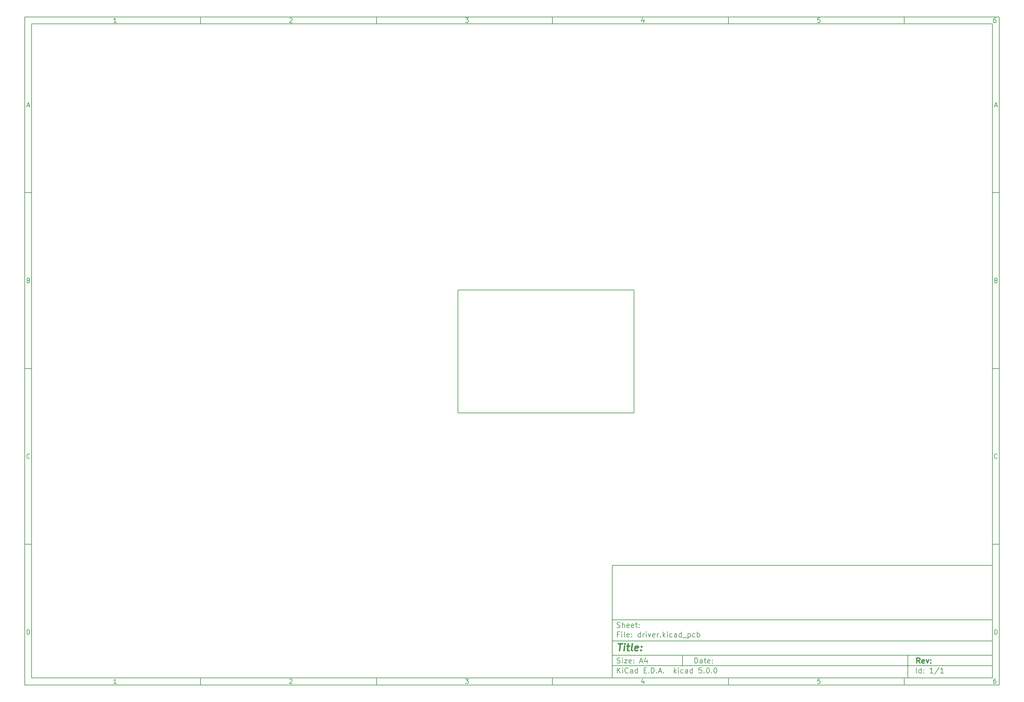
<source format=gm1>
G04 #@! TF.GenerationSoftware,KiCad,Pcbnew,5.0.0*
G04 #@! TF.CreationDate,2018-10-21T13:37:26+10:00*
G04 #@! TF.ProjectId,driver,6472697665722E6B696361645F706362,rev?*
G04 #@! TF.SameCoordinates,Original*
G04 #@! TF.FileFunction,Profile,NP*
%FSLAX46Y46*%
G04 Gerber Fmt 4.6, Leading zero omitted, Abs format (unit mm)*
G04 Created by KiCad (PCBNEW 5.0.0) date Sun Oct 21 13:37:26 2018*
%MOMM*%
%LPD*%
G01*
G04 APERTURE LIST*
%ADD10C,0.100000*%
%ADD11C,0.150000*%
%ADD12C,0.300000*%
%ADD13C,0.400000*%
G04 APERTURE END LIST*
D10*
D11*
X177002200Y-166007200D02*
X177002200Y-198007200D01*
X285002200Y-198007200D01*
X285002200Y-166007200D01*
X177002200Y-166007200D01*
D10*
D11*
X10000000Y-10000000D02*
X10000000Y-200007200D01*
X287002200Y-200007200D01*
X287002200Y-10000000D01*
X10000000Y-10000000D01*
D10*
D11*
X12000000Y-12000000D02*
X12000000Y-198007200D01*
X285002200Y-198007200D01*
X285002200Y-12000000D01*
X12000000Y-12000000D01*
D10*
D11*
X60000000Y-12000000D02*
X60000000Y-10000000D01*
D10*
D11*
X110000000Y-12000000D02*
X110000000Y-10000000D01*
D10*
D11*
X160000000Y-12000000D02*
X160000000Y-10000000D01*
D10*
D11*
X210000000Y-12000000D02*
X210000000Y-10000000D01*
D10*
D11*
X260000000Y-12000000D02*
X260000000Y-10000000D01*
D10*
D11*
X36065476Y-11588095D02*
X35322619Y-11588095D01*
X35694047Y-11588095D02*
X35694047Y-10288095D01*
X35570238Y-10473809D01*
X35446428Y-10597619D01*
X35322619Y-10659523D01*
D10*
D11*
X85322619Y-10411904D02*
X85384523Y-10350000D01*
X85508333Y-10288095D01*
X85817857Y-10288095D01*
X85941666Y-10350000D01*
X86003571Y-10411904D01*
X86065476Y-10535714D01*
X86065476Y-10659523D01*
X86003571Y-10845238D01*
X85260714Y-11588095D01*
X86065476Y-11588095D01*
D10*
D11*
X135260714Y-10288095D02*
X136065476Y-10288095D01*
X135632142Y-10783333D01*
X135817857Y-10783333D01*
X135941666Y-10845238D01*
X136003571Y-10907142D01*
X136065476Y-11030952D01*
X136065476Y-11340476D01*
X136003571Y-11464285D01*
X135941666Y-11526190D01*
X135817857Y-11588095D01*
X135446428Y-11588095D01*
X135322619Y-11526190D01*
X135260714Y-11464285D01*
D10*
D11*
X185941666Y-10721428D02*
X185941666Y-11588095D01*
X185632142Y-10226190D02*
X185322619Y-11154761D01*
X186127380Y-11154761D01*
D10*
D11*
X236003571Y-10288095D02*
X235384523Y-10288095D01*
X235322619Y-10907142D01*
X235384523Y-10845238D01*
X235508333Y-10783333D01*
X235817857Y-10783333D01*
X235941666Y-10845238D01*
X236003571Y-10907142D01*
X236065476Y-11030952D01*
X236065476Y-11340476D01*
X236003571Y-11464285D01*
X235941666Y-11526190D01*
X235817857Y-11588095D01*
X235508333Y-11588095D01*
X235384523Y-11526190D01*
X235322619Y-11464285D01*
D10*
D11*
X285941666Y-10288095D02*
X285694047Y-10288095D01*
X285570238Y-10350000D01*
X285508333Y-10411904D01*
X285384523Y-10597619D01*
X285322619Y-10845238D01*
X285322619Y-11340476D01*
X285384523Y-11464285D01*
X285446428Y-11526190D01*
X285570238Y-11588095D01*
X285817857Y-11588095D01*
X285941666Y-11526190D01*
X286003571Y-11464285D01*
X286065476Y-11340476D01*
X286065476Y-11030952D01*
X286003571Y-10907142D01*
X285941666Y-10845238D01*
X285817857Y-10783333D01*
X285570238Y-10783333D01*
X285446428Y-10845238D01*
X285384523Y-10907142D01*
X285322619Y-11030952D01*
D10*
D11*
X60000000Y-198007200D02*
X60000000Y-200007200D01*
D10*
D11*
X110000000Y-198007200D02*
X110000000Y-200007200D01*
D10*
D11*
X160000000Y-198007200D02*
X160000000Y-200007200D01*
D10*
D11*
X210000000Y-198007200D02*
X210000000Y-200007200D01*
D10*
D11*
X260000000Y-198007200D02*
X260000000Y-200007200D01*
D10*
D11*
X36065476Y-199595295D02*
X35322619Y-199595295D01*
X35694047Y-199595295D02*
X35694047Y-198295295D01*
X35570238Y-198481009D01*
X35446428Y-198604819D01*
X35322619Y-198666723D01*
D10*
D11*
X85322619Y-198419104D02*
X85384523Y-198357200D01*
X85508333Y-198295295D01*
X85817857Y-198295295D01*
X85941666Y-198357200D01*
X86003571Y-198419104D01*
X86065476Y-198542914D01*
X86065476Y-198666723D01*
X86003571Y-198852438D01*
X85260714Y-199595295D01*
X86065476Y-199595295D01*
D10*
D11*
X135260714Y-198295295D02*
X136065476Y-198295295D01*
X135632142Y-198790533D01*
X135817857Y-198790533D01*
X135941666Y-198852438D01*
X136003571Y-198914342D01*
X136065476Y-199038152D01*
X136065476Y-199347676D01*
X136003571Y-199471485D01*
X135941666Y-199533390D01*
X135817857Y-199595295D01*
X135446428Y-199595295D01*
X135322619Y-199533390D01*
X135260714Y-199471485D01*
D10*
D11*
X185941666Y-198728628D02*
X185941666Y-199595295D01*
X185632142Y-198233390D02*
X185322619Y-199161961D01*
X186127380Y-199161961D01*
D10*
D11*
X236003571Y-198295295D02*
X235384523Y-198295295D01*
X235322619Y-198914342D01*
X235384523Y-198852438D01*
X235508333Y-198790533D01*
X235817857Y-198790533D01*
X235941666Y-198852438D01*
X236003571Y-198914342D01*
X236065476Y-199038152D01*
X236065476Y-199347676D01*
X236003571Y-199471485D01*
X235941666Y-199533390D01*
X235817857Y-199595295D01*
X235508333Y-199595295D01*
X235384523Y-199533390D01*
X235322619Y-199471485D01*
D10*
D11*
X285941666Y-198295295D02*
X285694047Y-198295295D01*
X285570238Y-198357200D01*
X285508333Y-198419104D01*
X285384523Y-198604819D01*
X285322619Y-198852438D01*
X285322619Y-199347676D01*
X285384523Y-199471485D01*
X285446428Y-199533390D01*
X285570238Y-199595295D01*
X285817857Y-199595295D01*
X285941666Y-199533390D01*
X286003571Y-199471485D01*
X286065476Y-199347676D01*
X286065476Y-199038152D01*
X286003571Y-198914342D01*
X285941666Y-198852438D01*
X285817857Y-198790533D01*
X285570238Y-198790533D01*
X285446428Y-198852438D01*
X285384523Y-198914342D01*
X285322619Y-199038152D01*
D10*
D11*
X10000000Y-60000000D02*
X12000000Y-60000000D01*
D10*
D11*
X10000000Y-110000000D02*
X12000000Y-110000000D01*
D10*
D11*
X10000000Y-160000000D02*
X12000000Y-160000000D01*
D10*
D11*
X10690476Y-35216666D02*
X11309523Y-35216666D01*
X10566666Y-35588095D02*
X11000000Y-34288095D01*
X11433333Y-35588095D01*
D10*
D11*
X11092857Y-84907142D02*
X11278571Y-84969047D01*
X11340476Y-85030952D01*
X11402380Y-85154761D01*
X11402380Y-85340476D01*
X11340476Y-85464285D01*
X11278571Y-85526190D01*
X11154761Y-85588095D01*
X10659523Y-85588095D01*
X10659523Y-84288095D01*
X11092857Y-84288095D01*
X11216666Y-84350000D01*
X11278571Y-84411904D01*
X11340476Y-84535714D01*
X11340476Y-84659523D01*
X11278571Y-84783333D01*
X11216666Y-84845238D01*
X11092857Y-84907142D01*
X10659523Y-84907142D01*
D10*
D11*
X11402380Y-135464285D02*
X11340476Y-135526190D01*
X11154761Y-135588095D01*
X11030952Y-135588095D01*
X10845238Y-135526190D01*
X10721428Y-135402380D01*
X10659523Y-135278571D01*
X10597619Y-135030952D01*
X10597619Y-134845238D01*
X10659523Y-134597619D01*
X10721428Y-134473809D01*
X10845238Y-134350000D01*
X11030952Y-134288095D01*
X11154761Y-134288095D01*
X11340476Y-134350000D01*
X11402380Y-134411904D01*
D10*
D11*
X10659523Y-185588095D02*
X10659523Y-184288095D01*
X10969047Y-184288095D01*
X11154761Y-184350000D01*
X11278571Y-184473809D01*
X11340476Y-184597619D01*
X11402380Y-184845238D01*
X11402380Y-185030952D01*
X11340476Y-185278571D01*
X11278571Y-185402380D01*
X11154761Y-185526190D01*
X10969047Y-185588095D01*
X10659523Y-185588095D01*
D10*
D11*
X287002200Y-60000000D02*
X285002200Y-60000000D01*
D10*
D11*
X287002200Y-110000000D02*
X285002200Y-110000000D01*
D10*
D11*
X287002200Y-160000000D02*
X285002200Y-160000000D01*
D10*
D11*
X285692676Y-35216666D02*
X286311723Y-35216666D01*
X285568866Y-35588095D02*
X286002200Y-34288095D01*
X286435533Y-35588095D01*
D10*
D11*
X286095057Y-84907142D02*
X286280771Y-84969047D01*
X286342676Y-85030952D01*
X286404580Y-85154761D01*
X286404580Y-85340476D01*
X286342676Y-85464285D01*
X286280771Y-85526190D01*
X286156961Y-85588095D01*
X285661723Y-85588095D01*
X285661723Y-84288095D01*
X286095057Y-84288095D01*
X286218866Y-84350000D01*
X286280771Y-84411904D01*
X286342676Y-84535714D01*
X286342676Y-84659523D01*
X286280771Y-84783333D01*
X286218866Y-84845238D01*
X286095057Y-84907142D01*
X285661723Y-84907142D01*
D10*
D11*
X286404580Y-135464285D02*
X286342676Y-135526190D01*
X286156961Y-135588095D01*
X286033152Y-135588095D01*
X285847438Y-135526190D01*
X285723628Y-135402380D01*
X285661723Y-135278571D01*
X285599819Y-135030952D01*
X285599819Y-134845238D01*
X285661723Y-134597619D01*
X285723628Y-134473809D01*
X285847438Y-134350000D01*
X286033152Y-134288095D01*
X286156961Y-134288095D01*
X286342676Y-134350000D01*
X286404580Y-134411904D01*
D10*
D11*
X285661723Y-185588095D02*
X285661723Y-184288095D01*
X285971247Y-184288095D01*
X286156961Y-184350000D01*
X286280771Y-184473809D01*
X286342676Y-184597619D01*
X286404580Y-184845238D01*
X286404580Y-185030952D01*
X286342676Y-185278571D01*
X286280771Y-185402380D01*
X286156961Y-185526190D01*
X285971247Y-185588095D01*
X285661723Y-185588095D01*
D10*
D11*
X200434342Y-193785771D02*
X200434342Y-192285771D01*
X200791485Y-192285771D01*
X201005771Y-192357200D01*
X201148628Y-192500057D01*
X201220057Y-192642914D01*
X201291485Y-192928628D01*
X201291485Y-193142914D01*
X201220057Y-193428628D01*
X201148628Y-193571485D01*
X201005771Y-193714342D01*
X200791485Y-193785771D01*
X200434342Y-193785771D01*
X202577200Y-193785771D02*
X202577200Y-193000057D01*
X202505771Y-192857200D01*
X202362914Y-192785771D01*
X202077200Y-192785771D01*
X201934342Y-192857200D01*
X202577200Y-193714342D02*
X202434342Y-193785771D01*
X202077200Y-193785771D01*
X201934342Y-193714342D01*
X201862914Y-193571485D01*
X201862914Y-193428628D01*
X201934342Y-193285771D01*
X202077200Y-193214342D01*
X202434342Y-193214342D01*
X202577200Y-193142914D01*
X203077200Y-192785771D02*
X203648628Y-192785771D01*
X203291485Y-192285771D02*
X203291485Y-193571485D01*
X203362914Y-193714342D01*
X203505771Y-193785771D01*
X203648628Y-193785771D01*
X204720057Y-193714342D02*
X204577200Y-193785771D01*
X204291485Y-193785771D01*
X204148628Y-193714342D01*
X204077200Y-193571485D01*
X204077200Y-193000057D01*
X204148628Y-192857200D01*
X204291485Y-192785771D01*
X204577200Y-192785771D01*
X204720057Y-192857200D01*
X204791485Y-193000057D01*
X204791485Y-193142914D01*
X204077200Y-193285771D01*
X205434342Y-193642914D02*
X205505771Y-193714342D01*
X205434342Y-193785771D01*
X205362914Y-193714342D01*
X205434342Y-193642914D01*
X205434342Y-193785771D01*
X205434342Y-192857200D02*
X205505771Y-192928628D01*
X205434342Y-193000057D01*
X205362914Y-192928628D01*
X205434342Y-192857200D01*
X205434342Y-193000057D01*
D10*
D11*
X177002200Y-194507200D02*
X285002200Y-194507200D01*
D10*
D11*
X178434342Y-196585771D02*
X178434342Y-195085771D01*
X179291485Y-196585771D02*
X178648628Y-195728628D01*
X179291485Y-195085771D02*
X178434342Y-195942914D01*
X179934342Y-196585771D02*
X179934342Y-195585771D01*
X179934342Y-195085771D02*
X179862914Y-195157200D01*
X179934342Y-195228628D01*
X180005771Y-195157200D01*
X179934342Y-195085771D01*
X179934342Y-195228628D01*
X181505771Y-196442914D02*
X181434342Y-196514342D01*
X181220057Y-196585771D01*
X181077200Y-196585771D01*
X180862914Y-196514342D01*
X180720057Y-196371485D01*
X180648628Y-196228628D01*
X180577200Y-195942914D01*
X180577200Y-195728628D01*
X180648628Y-195442914D01*
X180720057Y-195300057D01*
X180862914Y-195157200D01*
X181077200Y-195085771D01*
X181220057Y-195085771D01*
X181434342Y-195157200D01*
X181505771Y-195228628D01*
X182791485Y-196585771D02*
X182791485Y-195800057D01*
X182720057Y-195657200D01*
X182577200Y-195585771D01*
X182291485Y-195585771D01*
X182148628Y-195657200D01*
X182791485Y-196514342D02*
X182648628Y-196585771D01*
X182291485Y-196585771D01*
X182148628Y-196514342D01*
X182077200Y-196371485D01*
X182077200Y-196228628D01*
X182148628Y-196085771D01*
X182291485Y-196014342D01*
X182648628Y-196014342D01*
X182791485Y-195942914D01*
X184148628Y-196585771D02*
X184148628Y-195085771D01*
X184148628Y-196514342D02*
X184005771Y-196585771D01*
X183720057Y-196585771D01*
X183577200Y-196514342D01*
X183505771Y-196442914D01*
X183434342Y-196300057D01*
X183434342Y-195871485D01*
X183505771Y-195728628D01*
X183577200Y-195657200D01*
X183720057Y-195585771D01*
X184005771Y-195585771D01*
X184148628Y-195657200D01*
X186005771Y-195800057D02*
X186505771Y-195800057D01*
X186720057Y-196585771D02*
X186005771Y-196585771D01*
X186005771Y-195085771D01*
X186720057Y-195085771D01*
X187362914Y-196442914D02*
X187434342Y-196514342D01*
X187362914Y-196585771D01*
X187291485Y-196514342D01*
X187362914Y-196442914D01*
X187362914Y-196585771D01*
X188077200Y-196585771D02*
X188077200Y-195085771D01*
X188434342Y-195085771D01*
X188648628Y-195157200D01*
X188791485Y-195300057D01*
X188862914Y-195442914D01*
X188934342Y-195728628D01*
X188934342Y-195942914D01*
X188862914Y-196228628D01*
X188791485Y-196371485D01*
X188648628Y-196514342D01*
X188434342Y-196585771D01*
X188077200Y-196585771D01*
X189577200Y-196442914D02*
X189648628Y-196514342D01*
X189577200Y-196585771D01*
X189505771Y-196514342D01*
X189577200Y-196442914D01*
X189577200Y-196585771D01*
X190220057Y-196157200D02*
X190934342Y-196157200D01*
X190077200Y-196585771D02*
X190577200Y-195085771D01*
X191077200Y-196585771D01*
X191577200Y-196442914D02*
X191648628Y-196514342D01*
X191577200Y-196585771D01*
X191505771Y-196514342D01*
X191577200Y-196442914D01*
X191577200Y-196585771D01*
X194577200Y-196585771D02*
X194577200Y-195085771D01*
X194720057Y-196014342D02*
X195148628Y-196585771D01*
X195148628Y-195585771D02*
X194577200Y-196157200D01*
X195791485Y-196585771D02*
X195791485Y-195585771D01*
X195791485Y-195085771D02*
X195720057Y-195157200D01*
X195791485Y-195228628D01*
X195862914Y-195157200D01*
X195791485Y-195085771D01*
X195791485Y-195228628D01*
X197148628Y-196514342D02*
X197005771Y-196585771D01*
X196720057Y-196585771D01*
X196577200Y-196514342D01*
X196505771Y-196442914D01*
X196434342Y-196300057D01*
X196434342Y-195871485D01*
X196505771Y-195728628D01*
X196577200Y-195657200D01*
X196720057Y-195585771D01*
X197005771Y-195585771D01*
X197148628Y-195657200D01*
X198434342Y-196585771D02*
X198434342Y-195800057D01*
X198362914Y-195657200D01*
X198220057Y-195585771D01*
X197934342Y-195585771D01*
X197791485Y-195657200D01*
X198434342Y-196514342D02*
X198291485Y-196585771D01*
X197934342Y-196585771D01*
X197791485Y-196514342D01*
X197720057Y-196371485D01*
X197720057Y-196228628D01*
X197791485Y-196085771D01*
X197934342Y-196014342D01*
X198291485Y-196014342D01*
X198434342Y-195942914D01*
X199791485Y-196585771D02*
X199791485Y-195085771D01*
X199791485Y-196514342D02*
X199648628Y-196585771D01*
X199362914Y-196585771D01*
X199220057Y-196514342D01*
X199148628Y-196442914D01*
X199077200Y-196300057D01*
X199077200Y-195871485D01*
X199148628Y-195728628D01*
X199220057Y-195657200D01*
X199362914Y-195585771D01*
X199648628Y-195585771D01*
X199791485Y-195657200D01*
X202362914Y-195085771D02*
X201648628Y-195085771D01*
X201577200Y-195800057D01*
X201648628Y-195728628D01*
X201791485Y-195657200D01*
X202148628Y-195657200D01*
X202291485Y-195728628D01*
X202362914Y-195800057D01*
X202434342Y-195942914D01*
X202434342Y-196300057D01*
X202362914Y-196442914D01*
X202291485Y-196514342D01*
X202148628Y-196585771D01*
X201791485Y-196585771D01*
X201648628Y-196514342D01*
X201577200Y-196442914D01*
X203077200Y-196442914D02*
X203148628Y-196514342D01*
X203077200Y-196585771D01*
X203005771Y-196514342D01*
X203077200Y-196442914D01*
X203077200Y-196585771D01*
X204077200Y-195085771D02*
X204220057Y-195085771D01*
X204362914Y-195157200D01*
X204434342Y-195228628D01*
X204505771Y-195371485D01*
X204577200Y-195657200D01*
X204577200Y-196014342D01*
X204505771Y-196300057D01*
X204434342Y-196442914D01*
X204362914Y-196514342D01*
X204220057Y-196585771D01*
X204077200Y-196585771D01*
X203934342Y-196514342D01*
X203862914Y-196442914D01*
X203791485Y-196300057D01*
X203720057Y-196014342D01*
X203720057Y-195657200D01*
X203791485Y-195371485D01*
X203862914Y-195228628D01*
X203934342Y-195157200D01*
X204077200Y-195085771D01*
X205220057Y-196442914D02*
X205291485Y-196514342D01*
X205220057Y-196585771D01*
X205148628Y-196514342D01*
X205220057Y-196442914D01*
X205220057Y-196585771D01*
X206220057Y-195085771D02*
X206362914Y-195085771D01*
X206505771Y-195157200D01*
X206577200Y-195228628D01*
X206648628Y-195371485D01*
X206720057Y-195657200D01*
X206720057Y-196014342D01*
X206648628Y-196300057D01*
X206577200Y-196442914D01*
X206505771Y-196514342D01*
X206362914Y-196585771D01*
X206220057Y-196585771D01*
X206077200Y-196514342D01*
X206005771Y-196442914D01*
X205934342Y-196300057D01*
X205862914Y-196014342D01*
X205862914Y-195657200D01*
X205934342Y-195371485D01*
X206005771Y-195228628D01*
X206077200Y-195157200D01*
X206220057Y-195085771D01*
D10*
D11*
X177002200Y-191507200D02*
X285002200Y-191507200D01*
D10*
D12*
X264411485Y-193785771D02*
X263911485Y-193071485D01*
X263554342Y-193785771D02*
X263554342Y-192285771D01*
X264125771Y-192285771D01*
X264268628Y-192357200D01*
X264340057Y-192428628D01*
X264411485Y-192571485D01*
X264411485Y-192785771D01*
X264340057Y-192928628D01*
X264268628Y-193000057D01*
X264125771Y-193071485D01*
X263554342Y-193071485D01*
X265625771Y-193714342D02*
X265482914Y-193785771D01*
X265197200Y-193785771D01*
X265054342Y-193714342D01*
X264982914Y-193571485D01*
X264982914Y-193000057D01*
X265054342Y-192857200D01*
X265197200Y-192785771D01*
X265482914Y-192785771D01*
X265625771Y-192857200D01*
X265697200Y-193000057D01*
X265697200Y-193142914D01*
X264982914Y-193285771D01*
X266197200Y-192785771D02*
X266554342Y-193785771D01*
X266911485Y-192785771D01*
X267482914Y-193642914D02*
X267554342Y-193714342D01*
X267482914Y-193785771D01*
X267411485Y-193714342D01*
X267482914Y-193642914D01*
X267482914Y-193785771D01*
X267482914Y-192857200D02*
X267554342Y-192928628D01*
X267482914Y-193000057D01*
X267411485Y-192928628D01*
X267482914Y-192857200D01*
X267482914Y-193000057D01*
D10*
D11*
X178362914Y-193714342D02*
X178577200Y-193785771D01*
X178934342Y-193785771D01*
X179077200Y-193714342D01*
X179148628Y-193642914D01*
X179220057Y-193500057D01*
X179220057Y-193357200D01*
X179148628Y-193214342D01*
X179077200Y-193142914D01*
X178934342Y-193071485D01*
X178648628Y-193000057D01*
X178505771Y-192928628D01*
X178434342Y-192857200D01*
X178362914Y-192714342D01*
X178362914Y-192571485D01*
X178434342Y-192428628D01*
X178505771Y-192357200D01*
X178648628Y-192285771D01*
X179005771Y-192285771D01*
X179220057Y-192357200D01*
X179862914Y-193785771D02*
X179862914Y-192785771D01*
X179862914Y-192285771D02*
X179791485Y-192357200D01*
X179862914Y-192428628D01*
X179934342Y-192357200D01*
X179862914Y-192285771D01*
X179862914Y-192428628D01*
X180434342Y-192785771D02*
X181220057Y-192785771D01*
X180434342Y-193785771D01*
X181220057Y-193785771D01*
X182362914Y-193714342D02*
X182220057Y-193785771D01*
X181934342Y-193785771D01*
X181791485Y-193714342D01*
X181720057Y-193571485D01*
X181720057Y-193000057D01*
X181791485Y-192857200D01*
X181934342Y-192785771D01*
X182220057Y-192785771D01*
X182362914Y-192857200D01*
X182434342Y-193000057D01*
X182434342Y-193142914D01*
X181720057Y-193285771D01*
X183077200Y-193642914D02*
X183148628Y-193714342D01*
X183077200Y-193785771D01*
X183005771Y-193714342D01*
X183077200Y-193642914D01*
X183077200Y-193785771D01*
X183077200Y-192857200D02*
X183148628Y-192928628D01*
X183077200Y-193000057D01*
X183005771Y-192928628D01*
X183077200Y-192857200D01*
X183077200Y-193000057D01*
X184862914Y-193357200D02*
X185577200Y-193357200D01*
X184720057Y-193785771D02*
X185220057Y-192285771D01*
X185720057Y-193785771D01*
X186862914Y-192785771D02*
X186862914Y-193785771D01*
X186505771Y-192214342D02*
X186148628Y-193285771D01*
X187077200Y-193285771D01*
D10*
D11*
X263434342Y-196585771D02*
X263434342Y-195085771D01*
X264791485Y-196585771D02*
X264791485Y-195085771D01*
X264791485Y-196514342D02*
X264648628Y-196585771D01*
X264362914Y-196585771D01*
X264220057Y-196514342D01*
X264148628Y-196442914D01*
X264077200Y-196300057D01*
X264077200Y-195871485D01*
X264148628Y-195728628D01*
X264220057Y-195657200D01*
X264362914Y-195585771D01*
X264648628Y-195585771D01*
X264791485Y-195657200D01*
X265505771Y-196442914D02*
X265577200Y-196514342D01*
X265505771Y-196585771D01*
X265434342Y-196514342D01*
X265505771Y-196442914D01*
X265505771Y-196585771D01*
X265505771Y-195657200D02*
X265577200Y-195728628D01*
X265505771Y-195800057D01*
X265434342Y-195728628D01*
X265505771Y-195657200D01*
X265505771Y-195800057D01*
X268148628Y-196585771D02*
X267291485Y-196585771D01*
X267720057Y-196585771D02*
X267720057Y-195085771D01*
X267577200Y-195300057D01*
X267434342Y-195442914D01*
X267291485Y-195514342D01*
X269862914Y-195014342D02*
X268577200Y-196942914D01*
X271148628Y-196585771D02*
X270291485Y-196585771D01*
X270720057Y-196585771D02*
X270720057Y-195085771D01*
X270577200Y-195300057D01*
X270434342Y-195442914D01*
X270291485Y-195514342D01*
D10*
D11*
X177002200Y-187507200D02*
X285002200Y-187507200D01*
D10*
D13*
X178714580Y-188211961D02*
X179857438Y-188211961D01*
X179036009Y-190211961D02*
X179286009Y-188211961D01*
X180274104Y-190211961D02*
X180440771Y-188878628D01*
X180524104Y-188211961D02*
X180416961Y-188307200D01*
X180500295Y-188402438D01*
X180607438Y-188307200D01*
X180524104Y-188211961D01*
X180500295Y-188402438D01*
X181107438Y-188878628D02*
X181869342Y-188878628D01*
X181476485Y-188211961D02*
X181262200Y-189926247D01*
X181333628Y-190116723D01*
X181512200Y-190211961D01*
X181702676Y-190211961D01*
X182655057Y-190211961D02*
X182476485Y-190116723D01*
X182405057Y-189926247D01*
X182619342Y-188211961D01*
X184190771Y-190116723D02*
X183988390Y-190211961D01*
X183607438Y-190211961D01*
X183428866Y-190116723D01*
X183357438Y-189926247D01*
X183452676Y-189164342D01*
X183571723Y-188973866D01*
X183774104Y-188878628D01*
X184155057Y-188878628D01*
X184333628Y-188973866D01*
X184405057Y-189164342D01*
X184381247Y-189354819D01*
X183405057Y-189545295D01*
X185155057Y-190021485D02*
X185238390Y-190116723D01*
X185131247Y-190211961D01*
X185047914Y-190116723D01*
X185155057Y-190021485D01*
X185131247Y-190211961D01*
X185286009Y-188973866D02*
X185369342Y-189069104D01*
X185262200Y-189164342D01*
X185178866Y-189069104D01*
X185286009Y-188973866D01*
X185262200Y-189164342D01*
D10*
D11*
X178934342Y-185600057D02*
X178434342Y-185600057D01*
X178434342Y-186385771D02*
X178434342Y-184885771D01*
X179148628Y-184885771D01*
X179720057Y-186385771D02*
X179720057Y-185385771D01*
X179720057Y-184885771D02*
X179648628Y-184957200D01*
X179720057Y-185028628D01*
X179791485Y-184957200D01*
X179720057Y-184885771D01*
X179720057Y-185028628D01*
X180648628Y-186385771D02*
X180505771Y-186314342D01*
X180434342Y-186171485D01*
X180434342Y-184885771D01*
X181791485Y-186314342D02*
X181648628Y-186385771D01*
X181362914Y-186385771D01*
X181220057Y-186314342D01*
X181148628Y-186171485D01*
X181148628Y-185600057D01*
X181220057Y-185457200D01*
X181362914Y-185385771D01*
X181648628Y-185385771D01*
X181791485Y-185457200D01*
X181862914Y-185600057D01*
X181862914Y-185742914D01*
X181148628Y-185885771D01*
X182505771Y-186242914D02*
X182577200Y-186314342D01*
X182505771Y-186385771D01*
X182434342Y-186314342D01*
X182505771Y-186242914D01*
X182505771Y-186385771D01*
X182505771Y-185457200D02*
X182577200Y-185528628D01*
X182505771Y-185600057D01*
X182434342Y-185528628D01*
X182505771Y-185457200D01*
X182505771Y-185600057D01*
X185005771Y-186385771D02*
X185005771Y-184885771D01*
X185005771Y-186314342D02*
X184862914Y-186385771D01*
X184577200Y-186385771D01*
X184434342Y-186314342D01*
X184362914Y-186242914D01*
X184291485Y-186100057D01*
X184291485Y-185671485D01*
X184362914Y-185528628D01*
X184434342Y-185457200D01*
X184577200Y-185385771D01*
X184862914Y-185385771D01*
X185005771Y-185457200D01*
X185720057Y-186385771D02*
X185720057Y-185385771D01*
X185720057Y-185671485D02*
X185791485Y-185528628D01*
X185862914Y-185457200D01*
X186005771Y-185385771D01*
X186148628Y-185385771D01*
X186648628Y-186385771D02*
X186648628Y-185385771D01*
X186648628Y-184885771D02*
X186577200Y-184957200D01*
X186648628Y-185028628D01*
X186720057Y-184957200D01*
X186648628Y-184885771D01*
X186648628Y-185028628D01*
X187220057Y-185385771D02*
X187577200Y-186385771D01*
X187934342Y-185385771D01*
X189077200Y-186314342D02*
X188934342Y-186385771D01*
X188648628Y-186385771D01*
X188505771Y-186314342D01*
X188434342Y-186171485D01*
X188434342Y-185600057D01*
X188505771Y-185457200D01*
X188648628Y-185385771D01*
X188934342Y-185385771D01*
X189077200Y-185457200D01*
X189148628Y-185600057D01*
X189148628Y-185742914D01*
X188434342Y-185885771D01*
X189791485Y-186385771D02*
X189791485Y-185385771D01*
X189791485Y-185671485D02*
X189862914Y-185528628D01*
X189934342Y-185457200D01*
X190077200Y-185385771D01*
X190220057Y-185385771D01*
X190720057Y-186242914D02*
X190791485Y-186314342D01*
X190720057Y-186385771D01*
X190648628Y-186314342D01*
X190720057Y-186242914D01*
X190720057Y-186385771D01*
X191434342Y-186385771D02*
X191434342Y-184885771D01*
X191577200Y-185814342D02*
X192005771Y-186385771D01*
X192005771Y-185385771D02*
X191434342Y-185957200D01*
X192648628Y-186385771D02*
X192648628Y-185385771D01*
X192648628Y-184885771D02*
X192577200Y-184957200D01*
X192648628Y-185028628D01*
X192720057Y-184957200D01*
X192648628Y-184885771D01*
X192648628Y-185028628D01*
X194005771Y-186314342D02*
X193862914Y-186385771D01*
X193577200Y-186385771D01*
X193434342Y-186314342D01*
X193362914Y-186242914D01*
X193291485Y-186100057D01*
X193291485Y-185671485D01*
X193362914Y-185528628D01*
X193434342Y-185457200D01*
X193577200Y-185385771D01*
X193862914Y-185385771D01*
X194005771Y-185457200D01*
X195291485Y-186385771D02*
X195291485Y-185600057D01*
X195220057Y-185457200D01*
X195077200Y-185385771D01*
X194791485Y-185385771D01*
X194648628Y-185457200D01*
X195291485Y-186314342D02*
X195148628Y-186385771D01*
X194791485Y-186385771D01*
X194648628Y-186314342D01*
X194577200Y-186171485D01*
X194577200Y-186028628D01*
X194648628Y-185885771D01*
X194791485Y-185814342D01*
X195148628Y-185814342D01*
X195291485Y-185742914D01*
X196648628Y-186385771D02*
X196648628Y-184885771D01*
X196648628Y-186314342D02*
X196505771Y-186385771D01*
X196220057Y-186385771D01*
X196077200Y-186314342D01*
X196005771Y-186242914D01*
X195934342Y-186100057D01*
X195934342Y-185671485D01*
X196005771Y-185528628D01*
X196077200Y-185457200D01*
X196220057Y-185385771D01*
X196505771Y-185385771D01*
X196648628Y-185457200D01*
X197005771Y-186528628D02*
X198148628Y-186528628D01*
X198505771Y-185385771D02*
X198505771Y-186885771D01*
X198505771Y-185457200D02*
X198648628Y-185385771D01*
X198934342Y-185385771D01*
X199077200Y-185457200D01*
X199148628Y-185528628D01*
X199220057Y-185671485D01*
X199220057Y-186100057D01*
X199148628Y-186242914D01*
X199077200Y-186314342D01*
X198934342Y-186385771D01*
X198648628Y-186385771D01*
X198505771Y-186314342D01*
X200505771Y-186314342D02*
X200362914Y-186385771D01*
X200077200Y-186385771D01*
X199934342Y-186314342D01*
X199862914Y-186242914D01*
X199791485Y-186100057D01*
X199791485Y-185671485D01*
X199862914Y-185528628D01*
X199934342Y-185457200D01*
X200077200Y-185385771D01*
X200362914Y-185385771D01*
X200505771Y-185457200D01*
X201148628Y-186385771D02*
X201148628Y-184885771D01*
X201148628Y-185457200D02*
X201291485Y-185385771D01*
X201577200Y-185385771D01*
X201720057Y-185457200D01*
X201791485Y-185528628D01*
X201862914Y-185671485D01*
X201862914Y-186100057D01*
X201791485Y-186242914D01*
X201720057Y-186314342D01*
X201577200Y-186385771D01*
X201291485Y-186385771D01*
X201148628Y-186314342D01*
D10*
D11*
X177002200Y-181507200D02*
X285002200Y-181507200D01*
D10*
D11*
X178362914Y-183614342D02*
X178577200Y-183685771D01*
X178934342Y-183685771D01*
X179077200Y-183614342D01*
X179148628Y-183542914D01*
X179220057Y-183400057D01*
X179220057Y-183257200D01*
X179148628Y-183114342D01*
X179077200Y-183042914D01*
X178934342Y-182971485D01*
X178648628Y-182900057D01*
X178505771Y-182828628D01*
X178434342Y-182757200D01*
X178362914Y-182614342D01*
X178362914Y-182471485D01*
X178434342Y-182328628D01*
X178505771Y-182257200D01*
X178648628Y-182185771D01*
X179005771Y-182185771D01*
X179220057Y-182257200D01*
X179862914Y-183685771D02*
X179862914Y-182185771D01*
X180505771Y-183685771D02*
X180505771Y-182900057D01*
X180434342Y-182757200D01*
X180291485Y-182685771D01*
X180077200Y-182685771D01*
X179934342Y-182757200D01*
X179862914Y-182828628D01*
X181791485Y-183614342D02*
X181648628Y-183685771D01*
X181362914Y-183685771D01*
X181220057Y-183614342D01*
X181148628Y-183471485D01*
X181148628Y-182900057D01*
X181220057Y-182757200D01*
X181362914Y-182685771D01*
X181648628Y-182685771D01*
X181791485Y-182757200D01*
X181862914Y-182900057D01*
X181862914Y-183042914D01*
X181148628Y-183185771D01*
X183077200Y-183614342D02*
X182934342Y-183685771D01*
X182648628Y-183685771D01*
X182505771Y-183614342D01*
X182434342Y-183471485D01*
X182434342Y-182900057D01*
X182505771Y-182757200D01*
X182648628Y-182685771D01*
X182934342Y-182685771D01*
X183077200Y-182757200D01*
X183148628Y-182900057D01*
X183148628Y-183042914D01*
X182434342Y-183185771D01*
X183577200Y-182685771D02*
X184148628Y-182685771D01*
X183791485Y-182185771D02*
X183791485Y-183471485D01*
X183862914Y-183614342D01*
X184005771Y-183685771D01*
X184148628Y-183685771D01*
X184648628Y-183542914D02*
X184720057Y-183614342D01*
X184648628Y-183685771D01*
X184577200Y-183614342D01*
X184648628Y-183542914D01*
X184648628Y-183685771D01*
X184648628Y-182757200D02*
X184720057Y-182828628D01*
X184648628Y-182900057D01*
X184577200Y-182828628D01*
X184648628Y-182757200D01*
X184648628Y-182900057D01*
D10*
D11*
X197002200Y-191507200D02*
X197002200Y-194507200D01*
D10*
D11*
X261002200Y-191507200D02*
X261002200Y-198007200D01*
X183130072Y-122660293D02*
X133130072Y-122660293D01*
X183130072Y-87660293D02*
X183130072Y-122660293D01*
X133130072Y-87660293D02*
X183130072Y-87660293D01*
X133130072Y-122660293D02*
X133130072Y-87660293D01*
M02*

</source>
